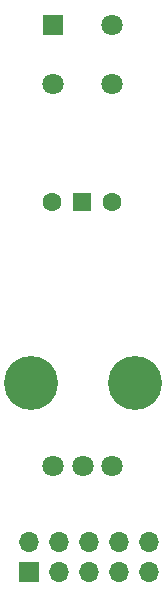
<source format=gbr>
%TF.GenerationSoftware,KiCad,Pcbnew,8.0.3*%
%TF.CreationDate,2025-02-14T11:31:19+01:00*%
%TF.ProjectId,RC,52432e6b-6963-4616-945f-706362585858,rev?*%
%TF.SameCoordinates,Original*%
%TF.FileFunction,Soldermask,Top*%
%TF.FilePolarity,Negative*%
%FSLAX46Y46*%
G04 Gerber Fmt 4.6, Leading zero omitted, Abs format (unit mm)*
G04 Created by KiCad (PCBNEW 8.0.3) date 2025-02-14 11:31:19*
%MOMM*%
%LPD*%
G01*
G04 APERTURE LIST*
%ADD10R,1.800000X1.800000*%
%ADD11C,1.800000*%
%ADD12R,1.700000X1.700000*%
%ADD13O,1.700000X1.700000*%
%ADD14R,1.500000X1.500000*%
%ADD15C,1.600000*%
%ADD16C,4.575000*%
G04 APERTURE END LIST*
D10*
%TO.C,SW1*%
X147000000Y-74990000D03*
D11*
X152000000Y-74990000D03*
X147000000Y-79990000D03*
X152000000Y-79990000D03*
%TD*%
D12*
%TO.C,J1*%
X144925000Y-121275000D03*
D13*
X144925000Y-118735000D03*
X147465000Y-121275000D03*
X147465000Y-118735000D03*
X150005000Y-121275000D03*
X150005000Y-118735000D03*
X152545000Y-121275000D03*
X152545000Y-118735000D03*
X155085000Y-121275000D03*
X155085000Y-118735000D03*
%TD*%
D14*
%TO.C,SW2*%
X149460000Y-90000000D03*
D15*
X146920000Y-90000000D03*
X152000000Y-90000000D03*
%TD*%
D11*
%TO.C,VR1*%
X147000000Y-112325000D03*
X149500000Y-112325000D03*
X152000000Y-112325000D03*
D16*
X145100000Y-105325000D03*
X153900000Y-105325000D03*
%TD*%
M02*

</source>
